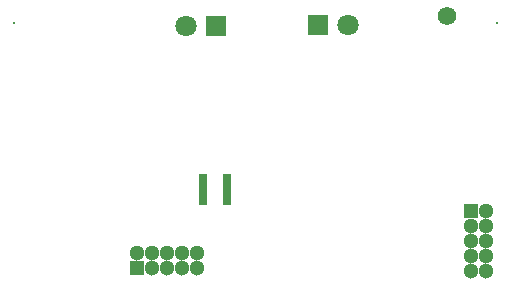
<source format=gbs>
G04*
G04 #@! TF.GenerationSoftware,Altium Limited,Altium Designer,23.2.1 (34)*
G04*
G04 Layer_Color=16711935*
%FSLAX44Y44*%
%MOMM*%
G71*
G04*
G04 #@! TF.SameCoordinates,0464F3E3-67CF-4866-B01E-C7DF65B2EEAF*
G04*
G04*
G04 #@! TF.FilePolarity,Negative*
G04*
G01*
G75*
%ADD47C,0.3000*%
%ADD48C,1.3000*%
%ADD49R,1.3000X1.3000*%
%ADD50R,1.3000X1.3000*%
%ADD51C,1.8000*%
%ADD52R,1.8000X1.8000*%
%ADD53C,1.5700*%
%ADD69R,0.8000X0.6500*%
D47*
X430530Y232410D02*
D03*
X21590D02*
D03*
D48*
X421640Y22860D02*
D03*
X408940Y22860D02*
D03*
Y35560D02*
D03*
X408940Y48260D02*
D03*
X408940Y60960D02*
D03*
X421640Y35560D02*
D03*
X421640Y48260D02*
D03*
X421640Y60960D02*
D03*
X421640Y73660D02*
D03*
X176530Y38100D02*
D03*
Y25400D02*
D03*
X163830D02*
D03*
X151130D02*
D03*
X138430D02*
D03*
X163830Y38100D02*
D03*
X151130D02*
D03*
X138430D02*
D03*
X125730D02*
D03*
D49*
X408940Y73660D02*
D03*
D50*
X125730Y25400D02*
D03*
D51*
X167640Y229870D02*
D03*
X304800Y231140D02*
D03*
D52*
X193040Y229870D02*
D03*
X279400Y231140D02*
D03*
D53*
X388620Y238760D02*
D03*
D69*
X202020Y101190D02*
D03*
Y94690D02*
D03*
Y88190D02*
D03*
Y81690D02*
D03*
X181520D02*
D03*
Y88190D02*
D03*
Y94690D02*
D03*
Y101190D02*
D03*
M02*

</source>
